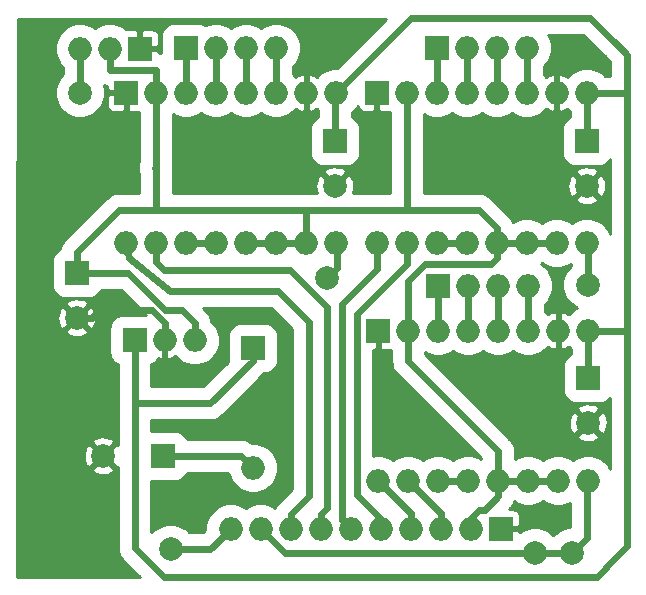
<source format=gbr>
G04 #@! TF.GenerationSoftware,KiCad,Pcbnew,5.1.6-c6e7f7d~87~ubuntu20.04.1*
G04 #@! TF.CreationDate,2020-10-10T15:03:59+02:00*
G04 #@! TF.ProjectId,cnc-shield,636e632d-7368-4696-956c-642e6b696361,rev?*
G04 #@! TF.SameCoordinates,PX2f5b4a8PY699d1c0*
G04 #@! TF.FileFunction,Copper,L1,Top*
G04 #@! TF.FilePolarity,Positive*
%FSLAX46Y46*%
G04 Gerber Fmt 4.6, Leading zero omitted, Abs format (unit mm)*
G04 Created by KiCad (PCBNEW 5.1.6-c6e7f7d~87~ubuntu20.04.1) date 2020-10-10 15:03:59*
%MOMM*%
%LPD*%
G01*
G04 APERTURE LIST*
G04 #@! TA.AperFunction,ComponentPad*
%ADD10C,2.000000*%
G04 #@! TD*
G04 #@! TA.AperFunction,ComponentPad*
%ADD11O,2.000000X2.000000*%
G04 #@! TD*
G04 #@! TA.AperFunction,ComponentPad*
%ADD12R,2.000000X2.000000*%
G04 #@! TD*
G04 #@! TA.AperFunction,Conductor*
%ADD13C,0.600000*%
G04 #@! TD*
G04 #@! TA.AperFunction,Conductor*
%ADD14C,0.254000*%
G04 #@! TD*
G04 APERTURE END LIST*
D10*
X45021500Y3238500D03*
X27432000Y26479500D03*
X14160500Y3556000D03*
X6477000Y42164000D03*
X48133000Y3238500D03*
X49466500Y25908000D03*
D11*
X19240500Y5270500D03*
X21780500Y5270500D03*
X24320500Y5270500D03*
X26860500Y5270500D03*
X29400500Y5270500D03*
X31940500Y5270500D03*
X34480500Y5270500D03*
X37020500Y5270500D03*
X39560500Y5270500D03*
D12*
X42100500Y5270500D03*
D11*
X16192500Y21209000D03*
X13652500Y21209000D03*
D12*
X11112500Y21209000D03*
D11*
X23098000Y45974000D03*
X20558000Y45974000D03*
X18018000Y45974000D03*
D12*
X15478000Y45974000D03*
D11*
X44323000Y45974000D03*
X41783000Y45974000D03*
X39243000Y45974000D03*
D12*
X36703000Y45974000D03*
D10*
X8445500Y11430000D03*
D12*
X13525500Y11430000D03*
D11*
X44437000Y25847000D03*
X41897000Y25847000D03*
X39357000Y25847000D03*
D12*
X36817000Y25847000D03*
D11*
X6477000Y45910500D03*
X9017000Y45910500D03*
D12*
X11557000Y45910500D03*
D11*
X21145500Y10414000D03*
D12*
X21145500Y20574000D03*
D10*
X28067000Y34300000D03*
D12*
X28067000Y38100000D03*
D10*
X6223000Y23124000D03*
D12*
X6223000Y26924000D03*
D10*
X49403000Y34300000D03*
D12*
X49403000Y38100000D03*
D10*
X49517000Y14234000D03*
D12*
X49517000Y18034000D03*
D11*
X10398000Y29464000D03*
X28178000Y42164000D03*
X12938000Y29464000D03*
X25638000Y42164000D03*
X15478000Y29464000D03*
X23098000Y42164000D03*
X18018000Y29464000D03*
X20558000Y42164000D03*
X20558000Y29464000D03*
X18018000Y42164000D03*
X23098000Y29464000D03*
X15478000Y42164000D03*
X25638000Y29464000D03*
X12938000Y42164000D03*
X28178000Y29464000D03*
D12*
X10398000Y42164000D03*
D11*
X31623000Y29464000D03*
X49403000Y42164000D03*
X34163000Y29464000D03*
X46863000Y42164000D03*
X36703000Y29464000D03*
X44323000Y42164000D03*
X39243000Y29464000D03*
X41783000Y42164000D03*
X41783000Y29464000D03*
X39243000Y42164000D03*
X44323000Y29464000D03*
X36703000Y42164000D03*
X46863000Y29464000D03*
X34163000Y42164000D03*
X49403000Y29464000D03*
D12*
X31623000Y42164000D03*
D11*
X31737000Y9337000D03*
X49517000Y22037000D03*
X34277000Y9337000D03*
X46977000Y22037000D03*
X36817000Y9337000D03*
X44437000Y22037000D03*
X39357000Y9337000D03*
X41897000Y22037000D03*
X41897000Y9337000D03*
X39357000Y22037000D03*
X44437000Y9337000D03*
X36817000Y22037000D03*
X46977000Y9337000D03*
X34277000Y22037000D03*
X49517000Y9337000D03*
D12*
X31737000Y22037000D03*
D13*
X6223000Y23124000D02*
X7503000Y23124000D01*
X7503000Y23124000D02*
X8128000Y23749000D01*
X8128000Y23749000D02*
X12573000Y23749000D01*
X13652500Y22669500D02*
X13652500Y21209000D01*
X12573000Y23749000D02*
X13652500Y22669500D01*
X36817000Y9337000D02*
X39357000Y9337000D01*
X49466500Y29400500D02*
X49403000Y29464000D01*
X49466500Y25908000D02*
X49466500Y29400500D01*
X27432000Y26479500D02*
X28257500Y27305000D01*
X28257500Y29384500D02*
X28178000Y29464000D01*
X28257500Y27305000D02*
X28257500Y29384500D01*
X23812500Y3238500D02*
X45021500Y3238500D01*
X21780500Y5270500D02*
X23812500Y3238500D01*
X45021500Y3238500D02*
X48133000Y3238500D01*
X48133000Y3238500D02*
X49403000Y4508500D01*
X49403000Y9223000D02*
X49517000Y9337000D01*
X49403000Y4508500D02*
X49403000Y9223000D01*
X12938000Y42164000D02*
X12938000Y39767000D01*
X41897000Y7988000D02*
X41897000Y9337000D01*
X40767000Y6858000D02*
X41897000Y7988000D01*
X41897000Y9337000D02*
X44437000Y9337000D01*
X44437000Y9337000D02*
X46977000Y9337000D01*
X41783000Y29464000D02*
X44323000Y29464000D01*
X44323000Y29464000D02*
X46863000Y29464000D01*
X20558000Y29464000D02*
X23098000Y29464000D01*
X23098000Y29464000D02*
X25638000Y29464000D01*
X41783000Y29464000D02*
X41783000Y28194000D01*
X41783000Y28194000D02*
X41275000Y27686000D01*
X34277000Y26267002D02*
X34277000Y22037000D01*
X35695998Y27686000D02*
X34277000Y26267002D01*
X41275000Y27686000D02*
X35695998Y27686000D01*
X34277000Y22037000D02*
X34277000Y19444000D01*
X41897000Y11824000D02*
X41897000Y9337000D01*
X34277000Y19444000D02*
X41897000Y11824000D01*
X12827000Y35814000D02*
X12938000Y35925000D01*
X12938000Y35925000D02*
X12938000Y39767000D01*
X25638000Y32147000D02*
X25527000Y32258000D01*
X25638000Y29464000D02*
X25638000Y32147000D01*
X12938000Y32369000D02*
X12827000Y32258000D01*
X12938000Y35925000D02*
X12938000Y32369000D01*
X12827000Y32258000D02*
X25527000Y32258000D01*
X41783000Y30734000D02*
X41783000Y29464000D01*
X40259000Y32258000D02*
X41783000Y30734000D01*
X34163000Y32512000D02*
X34417000Y32258000D01*
X34163000Y42164000D02*
X34163000Y32512000D01*
X34417000Y32258000D02*
X40259000Y32258000D01*
X25527000Y32258000D02*
X34417000Y32258000D01*
X39560500Y5270500D02*
X39560500Y5842000D01*
X40767000Y6858000D02*
X40259000Y6858000D01*
X39560500Y6159500D02*
X39560500Y5270500D01*
X40259000Y6858000D02*
X39560500Y6159500D01*
X9017000Y45910500D02*
X9017000Y44132500D01*
X9017000Y44132500D02*
X12954000Y44132500D01*
X12954000Y42180000D02*
X12938000Y42164000D01*
X12954000Y44132500D02*
X12954000Y42180000D01*
X9779000Y32258000D02*
X12827000Y32258000D01*
X6223000Y28702000D02*
X9779000Y32258000D01*
X6223000Y26924000D02*
X6223000Y28702000D01*
X15113000Y23749000D02*
X16192500Y22669500D01*
X13704384Y23749000D02*
X15113000Y23749000D01*
X16192500Y22669500D02*
X16192500Y21209000D01*
X10529384Y26924000D02*
X13704384Y23749000D01*
X6223000Y26924000D02*
X10529384Y26924000D01*
X39357000Y25847000D02*
X39357000Y22037000D01*
X36817000Y25847000D02*
X36817000Y22037000D01*
X36703000Y29464000D02*
X39243000Y29464000D01*
X44323000Y45974000D02*
X44323000Y42164000D01*
X41783000Y45974000D02*
X41783000Y42164000D01*
X39243000Y45974000D02*
X39243000Y42164000D01*
X36703000Y45974000D02*
X36703000Y42164000D01*
X15478000Y29464000D02*
X18018000Y29464000D01*
X23098000Y45974000D02*
X23098000Y42164000D01*
X20558000Y45974000D02*
X20558000Y42164000D01*
X18018000Y45974000D02*
X18018000Y42164000D01*
X15478000Y45974000D02*
X15478000Y42164000D01*
X34480500Y6593500D02*
X31737000Y9337000D01*
X34480500Y5270500D02*
X34480500Y6593500D01*
X49403000Y38100000D02*
X49403000Y42164000D01*
X28067000Y42053000D02*
X28178000Y42164000D01*
X28067000Y38100000D02*
X28067000Y42053000D01*
X49517000Y18034000D02*
X49517000Y22037000D01*
X51689000Y46482000D02*
X49657000Y48514000D01*
X49403000Y42164000D02*
X51435000Y42164000D01*
X34528000Y48514000D02*
X49657000Y48514000D01*
X28178000Y42164000D02*
X34528000Y48514000D01*
X11112500Y17653000D02*
X11112500Y21209000D01*
X21145500Y20574000D02*
X21145500Y19494500D01*
X17526000Y15875000D02*
X11112500Y15875000D01*
X21145500Y19494500D02*
X17526000Y15875000D01*
X11112500Y15875000D02*
X11112500Y17653000D01*
X49517000Y22037000D02*
X51628000Y22037000D01*
X51689000Y46482000D02*
X51752500Y46482000D01*
X51752500Y46482000D02*
X52832000Y45402500D01*
X52766000Y22037000D02*
X52832000Y21971000D01*
X51628000Y22037000D02*
X52766000Y22037000D01*
X51435000Y42164000D02*
X52578000Y42164000D01*
X52578000Y42164000D02*
X52832000Y42418000D01*
X52832000Y42418000D02*
X52832000Y21971000D01*
X52832000Y45402500D02*
X52832000Y42418000D01*
X52832000Y21971000D02*
X52832000Y3810000D01*
X50998499Y1976499D02*
X50998499Y1912999D01*
X52832000Y3810000D02*
X50998499Y1976499D01*
X50998499Y1912999D02*
X50228500Y1143000D01*
X50228500Y1143000D02*
X13589000Y1143000D01*
X11112500Y3619500D02*
X11112500Y15875000D01*
X13589000Y1143000D02*
X11112500Y3619500D01*
X37020500Y6593500D02*
X34277000Y9337000D01*
X37020500Y5270500D02*
X37020500Y6593500D01*
X44437000Y25847000D02*
X44437000Y22037000D01*
X41897000Y25847000D02*
X41897000Y22037000D01*
X31623000Y29464000D02*
X31623000Y27241500D01*
X31623000Y27241500D02*
X28702000Y24320500D01*
X28702000Y5969000D02*
X29400500Y5270500D01*
X28702000Y24320500D02*
X28702000Y5969000D01*
X34163000Y28448000D02*
X34163000Y29464000D01*
X31940500Y5270500D02*
X31940500Y6096000D01*
X31940500Y6096000D02*
X29908500Y8128000D01*
X29908500Y8128000D02*
X29908500Y23431500D01*
X34163000Y27686000D02*
X34163000Y28448000D01*
X29908500Y23431500D02*
X34163000Y27686000D01*
X10625927Y28151927D02*
X10398000Y29464000D01*
X14097000Y25400000D02*
X10625927Y28151927D01*
X23241000Y25400000D02*
X14097000Y25400000D01*
X25844500Y22796500D02*
X23241000Y25400000D01*
X25844500Y8001000D02*
X25844500Y22796500D01*
X24320500Y6477000D02*
X25844500Y8001000D01*
X24320500Y5270500D02*
X24320500Y6477000D01*
X12938000Y27829000D02*
X12938000Y29464000D01*
X13589000Y27178000D02*
X12938000Y27829000D01*
X24257000Y27178000D02*
X13589000Y27178000D01*
X27368500Y24066500D02*
X24257000Y27178000D01*
X27368500Y6985000D02*
X27368500Y24066500D01*
X26860500Y6477000D02*
X27368500Y6985000D01*
X26860500Y5270500D02*
X26860500Y6477000D01*
X20129500Y11430000D02*
X21145500Y10414000D01*
X13525500Y11430000D02*
X20129500Y11430000D01*
X6477000Y45910500D02*
X6477000Y42164000D01*
X17526000Y3556000D02*
X19240500Y5270500D01*
X14160500Y3556000D02*
X17526000Y3556000D01*
D14*
G36*
X28286918Y44291000D02*
G01*
X27968509Y44291000D01*
X27557577Y44209261D01*
X27170488Y44048923D01*
X26822116Y43816149D01*
X26533186Y43527219D01*
X26493382Y43557399D01*
X26205107Y43697502D01*
X26018434Y43754124D01*
X25765000Y43634777D01*
X25765000Y42291000D01*
X25785000Y42291000D01*
X25785000Y42037000D01*
X25765000Y42037000D01*
X25765000Y40693223D01*
X26018434Y40573876D01*
X26205107Y40630498D01*
X26493382Y40770601D01*
X26533186Y40800781D01*
X26640001Y40693966D01*
X26640001Y40148183D01*
X26633629Y40146250D01*
X26437843Y40041600D01*
X26266235Y39900765D01*
X26125400Y39729157D01*
X26020750Y39533371D01*
X25956307Y39320931D01*
X25934547Y39100000D01*
X25934547Y37100000D01*
X25956307Y36879069D01*
X26020750Y36666629D01*
X26125400Y36470843D01*
X26266235Y36299235D01*
X26437843Y36158400D01*
X26633629Y36053750D01*
X26846069Y35989307D01*
X27067000Y35967547D01*
X29067000Y35967547D01*
X29287931Y35989307D01*
X29500371Y36053750D01*
X29696157Y36158400D01*
X29867765Y36299235D01*
X30008600Y36470843D01*
X30113250Y36666629D01*
X30177693Y36879069D01*
X30199453Y37100000D01*
X30199453Y39100000D01*
X30177693Y39320931D01*
X30113250Y39533371D01*
X30008600Y39729157D01*
X29867765Y39900765D01*
X29696157Y40041600D01*
X29500371Y40146250D01*
X29494000Y40148183D01*
X29494000Y40485201D01*
X29533884Y40511851D01*
X29830149Y40808116D01*
X29995592Y41055720D01*
X29997188Y41039518D01*
X30033498Y40919820D01*
X30092463Y40809506D01*
X30171815Y40712815D01*
X30268506Y40633463D01*
X30378820Y40574498D01*
X30498518Y40538188D01*
X30623000Y40525928D01*
X31337250Y40529000D01*
X31496000Y40687750D01*
X31496000Y42037000D01*
X31476000Y42037000D01*
X31476000Y42291000D01*
X31496000Y42291000D01*
X31496000Y42311000D01*
X31750000Y42311000D01*
X31750000Y42291000D01*
X31770000Y42291000D01*
X31770000Y42037000D01*
X31750000Y42037000D01*
X31750000Y40687750D01*
X31908750Y40529000D01*
X32623000Y40525928D01*
X32736000Y40537057D01*
X32736001Y33685000D01*
X29586021Y33685000D01*
X29607704Y33729571D01*
X29689384Y34041108D01*
X29708718Y34362595D01*
X29664961Y34681675D01*
X29559795Y34986088D01*
X29466814Y35160044D01*
X29202413Y35255808D01*
X28246605Y34300000D01*
X28260748Y34285857D01*
X28081143Y34106252D01*
X28067000Y34120395D01*
X28052858Y34106252D01*
X27873253Y34285857D01*
X27887395Y34300000D01*
X26931587Y35255808D01*
X26667186Y35160044D01*
X26526296Y34870429D01*
X26444616Y34558892D01*
X26425282Y34237405D01*
X26469039Y33918325D01*
X26549646Y33685000D01*
X25597088Y33685000D01*
X25527000Y33691903D01*
X25456912Y33685000D01*
X14365000Y33685000D01*
X14365000Y35435413D01*
X27111192Y35435413D01*
X28067000Y34479605D01*
X29022808Y35435413D01*
X28927044Y35699814D01*
X28637429Y35840704D01*
X28325892Y35922384D01*
X28004405Y35941718D01*
X27685325Y35897961D01*
X27380912Y35792795D01*
X27206956Y35699814D01*
X27111192Y35435413D01*
X14365000Y35435413D01*
X14365000Y35854910D01*
X14371903Y35925000D01*
X14365000Y35995090D01*
X14365000Y40349562D01*
X14470488Y40279077D01*
X14857577Y40118739D01*
X15268509Y40037000D01*
X15687491Y40037000D01*
X16098423Y40118739D01*
X16485512Y40279077D01*
X16748000Y40454465D01*
X17010488Y40279077D01*
X17397577Y40118739D01*
X17808509Y40037000D01*
X18227491Y40037000D01*
X18638423Y40118739D01*
X19025512Y40279077D01*
X19288000Y40454465D01*
X19550488Y40279077D01*
X19937577Y40118739D01*
X20348509Y40037000D01*
X20767491Y40037000D01*
X21178423Y40118739D01*
X21565512Y40279077D01*
X21828000Y40454465D01*
X22090488Y40279077D01*
X22477577Y40118739D01*
X22888509Y40037000D01*
X23307491Y40037000D01*
X23718423Y40118739D01*
X24105512Y40279077D01*
X24453884Y40511851D01*
X24742814Y40800781D01*
X24782618Y40770601D01*
X25070893Y40630498D01*
X25257566Y40573876D01*
X25511000Y40693223D01*
X25511000Y42037000D01*
X25491000Y42037000D01*
X25491000Y42291000D01*
X25511000Y42291000D01*
X25511000Y43634777D01*
X25257566Y43754124D01*
X25070893Y43697502D01*
X24782618Y43557399D01*
X24742814Y43527219D01*
X24525000Y43745033D01*
X24525000Y44392967D01*
X24750149Y44618116D01*
X24982923Y44966488D01*
X25143261Y45353577D01*
X25225000Y45764509D01*
X25225000Y46183491D01*
X25143261Y46594423D01*
X24982923Y46981512D01*
X24750149Y47329884D01*
X24453884Y47626149D01*
X24105512Y47858923D01*
X23718423Y48019261D01*
X23307491Y48101000D01*
X22888509Y48101000D01*
X22477577Y48019261D01*
X22090488Y47858923D01*
X21828000Y47683535D01*
X21565512Y47858923D01*
X21178423Y48019261D01*
X20767491Y48101000D01*
X20348509Y48101000D01*
X19937577Y48019261D01*
X19550488Y47858923D01*
X19288000Y47683535D01*
X19025512Y47858923D01*
X18638423Y48019261D01*
X18227491Y48101000D01*
X17808509Y48101000D01*
X17397577Y48019261D01*
X17120628Y47904545D01*
X17107157Y47915600D01*
X16911371Y48020250D01*
X16698931Y48084693D01*
X16478000Y48106453D01*
X14478000Y48106453D01*
X14257069Y48084693D01*
X14044629Y48020250D01*
X13848843Y47915600D01*
X13677235Y47774765D01*
X13536400Y47603157D01*
X13431750Y47407371D01*
X13367307Y47194931D01*
X13345547Y46974000D01*
X13345547Y45504936D01*
X13233741Y45538852D01*
X13192352Y45542928D01*
X13192000Y45624750D01*
X13033250Y45783500D01*
X11684000Y45783500D01*
X11684000Y45763500D01*
X11430000Y45763500D01*
X11430000Y45783500D01*
X11410000Y45783500D01*
X11410000Y46037500D01*
X11430000Y46037500D01*
X11430000Y47386750D01*
X11684000Y47386750D01*
X11684000Y46037500D01*
X13033250Y46037500D01*
X13192000Y46196250D01*
X13195072Y46910500D01*
X13182812Y47034982D01*
X13146502Y47154680D01*
X13087537Y47264994D01*
X13008185Y47361685D01*
X12911494Y47441037D01*
X12801180Y47500002D01*
X12681482Y47536312D01*
X12557000Y47548572D01*
X11842750Y47545500D01*
X11684000Y47386750D01*
X11430000Y47386750D01*
X11271250Y47545500D01*
X10557000Y47548572D01*
X10432518Y47536312D01*
X10406971Y47528562D01*
X10372884Y47562649D01*
X10024512Y47795423D01*
X9637423Y47955761D01*
X9226491Y48037500D01*
X8807509Y48037500D01*
X8396577Y47955761D01*
X8009488Y47795423D01*
X7747000Y47620035D01*
X7484512Y47795423D01*
X7097423Y47955761D01*
X6686491Y48037500D01*
X6267509Y48037500D01*
X5856577Y47955761D01*
X5469488Y47795423D01*
X5121116Y47562649D01*
X4824851Y47266384D01*
X4592077Y46918012D01*
X4431739Y46530923D01*
X4350000Y46119991D01*
X4350000Y45701009D01*
X4431739Y45290077D01*
X4592077Y44902988D01*
X4824851Y44554616D01*
X5050000Y44329467D01*
X5050001Y43745034D01*
X4824851Y43519884D01*
X4592077Y43171512D01*
X4431739Y42784423D01*
X4350000Y42373491D01*
X4350000Y41954509D01*
X4431739Y41543577D01*
X4592077Y41156488D01*
X4824851Y40808116D01*
X5121116Y40511851D01*
X5469488Y40279077D01*
X5856577Y40118739D01*
X6267509Y40037000D01*
X6686491Y40037000D01*
X7097423Y40118739D01*
X7484512Y40279077D01*
X7832884Y40511851D01*
X8129149Y40808116D01*
X8361923Y41156488D01*
X8365034Y41164000D01*
X8759928Y41164000D01*
X8772188Y41039518D01*
X8808498Y40919820D01*
X8867463Y40809506D01*
X8946815Y40712815D01*
X9043506Y40633463D01*
X9153820Y40574498D01*
X9273518Y40538188D01*
X9398000Y40525928D01*
X10112250Y40529000D01*
X10271000Y40687750D01*
X10271000Y42037000D01*
X8921750Y42037000D01*
X8763000Y41878250D01*
X8759928Y41164000D01*
X8365034Y41164000D01*
X8522261Y41543577D01*
X8604000Y41954509D01*
X8604000Y42373491D01*
X8522261Y42784423D01*
X8518971Y42792365D01*
X8737259Y42726148D01*
X8761822Y42723729D01*
X8763000Y42449750D01*
X8921750Y42291000D01*
X10271000Y42291000D01*
X10271000Y42311000D01*
X10525000Y42311000D01*
X10525000Y42291000D01*
X10545000Y42291000D01*
X10545000Y42037000D01*
X10525000Y42037000D01*
X10525000Y40687750D01*
X10683750Y40529000D01*
X11398000Y40525928D01*
X11511001Y40537057D01*
X11511001Y39837098D01*
X11511000Y36379109D01*
X11502246Y36362731D01*
X11420649Y36093741D01*
X11393097Y35814000D01*
X11420649Y35534259D01*
X11502246Y35265269D01*
X11511000Y35248891D01*
X11511001Y33685000D01*
X9849087Y33685000D01*
X9778999Y33691903D01*
X9708911Y33685000D01*
X9708902Y33685000D01*
X9499259Y33664352D01*
X9230269Y33582755D01*
X8982366Y33450248D01*
X8765077Y33271923D01*
X8720392Y33217474D01*
X5263523Y29760605D01*
X5209078Y29715923D01*
X5164396Y29661478D01*
X5164392Y29661474D01*
X5059857Y29534097D01*
X5030753Y29498634D01*
X4898246Y29250731D01*
X4816649Y28981741D01*
X4816315Y28978345D01*
X4789629Y28970250D01*
X4593843Y28865600D01*
X4422235Y28724765D01*
X4281400Y28553157D01*
X4176750Y28357371D01*
X4112307Y28144931D01*
X4090547Y27924000D01*
X4090547Y25924000D01*
X4112307Y25703069D01*
X4176750Y25490629D01*
X4281400Y25294843D01*
X4422235Y25123235D01*
X4593843Y24982400D01*
X4789629Y24877750D01*
X5002069Y24813307D01*
X5223000Y24791547D01*
X7223000Y24791547D01*
X7443931Y24813307D01*
X7656371Y24877750D01*
X7852157Y24982400D01*
X8023765Y25123235D01*
X8164600Y25294843D01*
X8269250Y25490629D01*
X8271183Y25497000D01*
X9938302Y25497000D01*
X12093848Y23341453D01*
X10112500Y23341453D01*
X9891569Y23319693D01*
X9679129Y23255250D01*
X9483343Y23150600D01*
X9311735Y23009765D01*
X9170900Y22838157D01*
X9066250Y22642371D01*
X9001807Y22429931D01*
X8980047Y22209000D01*
X8980047Y20209000D01*
X9001807Y19988069D01*
X9066250Y19775629D01*
X9170900Y19579843D01*
X9311735Y19408235D01*
X9483343Y19267400D01*
X9679129Y19162750D01*
X9685500Y19160817D01*
X9685500Y15945098D01*
X9678596Y15875000D01*
X9685501Y15804892D01*
X9685501Y12347927D01*
X9580913Y12385808D01*
X8625105Y11430000D01*
X9580913Y10474192D01*
X9685501Y10512073D01*
X9685500Y3689588D01*
X9678597Y3619500D01*
X9685500Y3549412D01*
X9685500Y3549403D01*
X9706148Y3339760D01*
X9787745Y3070770D01*
X9920252Y2822867D01*
X9920253Y2822866D01*
X10053892Y2660026D01*
X10053895Y2660023D01*
X10098577Y2605578D01*
X10153023Y2560895D01*
X11561917Y1152000D01*
X1153477Y1152000D01*
X1165196Y10294587D01*
X7489692Y10294587D01*
X7585456Y10030186D01*
X7875071Y9889296D01*
X8186608Y9807616D01*
X8508095Y9788282D01*
X8827175Y9832039D01*
X9131588Y9937205D01*
X9305544Y10030186D01*
X9401308Y10294587D01*
X8445500Y11250395D01*
X7489692Y10294587D01*
X1165196Y10294587D01*
X1166572Y11367405D01*
X6803782Y11367405D01*
X6847539Y11048325D01*
X6952705Y10743912D01*
X7045686Y10569956D01*
X7310087Y10474192D01*
X8265895Y11430000D01*
X7310087Y12385808D01*
X7045686Y12290044D01*
X6904796Y12000429D01*
X6823116Y11688892D01*
X6803782Y11367405D01*
X1166572Y11367405D01*
X1168107Y12565413D01*
X7489692Y12565413D01*
X8445500Y11609605D01*
X9401308Y12565413D01*
X9305544Y12829814D01*
X9015929Y12970704D01*
X8704392Y13052384D01*
X8382905Y13071718D01*
X8063825Y13027961D01*
X7759412Y12922795D01*
X7585456Y12829814D01*
X7489692Y12565413D01*
X1168107Y12565413D01*
X1180189Y21988587D01*
X5267192Y21988587D01*
X5362956Y21724186D01*
X5652571Y21583296D01*
X5964108Y21501616D01*
X6285595Y21482282D01*
X6604675Y21526039D01*
X6909088Y21631205D01*
X7083044Y21724186D01*
X7178808Y21988587D01*
X6223000Y22944395D01*
X5267192Y21988587D01*
X1180189Y21988587D01*
X1181565Y23061405D01*
X4581282Y23061405D01*
X4625039Y22742325D01*
X4730205Y22437912D01*
X4823186Y22263956D01*
X5087587Y22168192D01*
X6043395Y23124000D01*
X6402605Y23124000D01*
X7358413Y22168192D01*
X7622814Y22263956D01*
X7763704Y22553571D01*
X7845384Y22865108D01*
X7864718Y23186595D01*
X7820961Y23505675D01*
X7715795Y23810088D01*
X7622814Y23984044D01*
X7358413Y24079808D01*
X6402605Y23124000D01*
X6043395Y23124000D01*
X5087587Y24079808D01*
X4823186Y23984044D01*
X4682296Y23694429D01*
X4600616Y23382892D01*
X4581282Y23061405D01*
X1181565Y23061405D01*
X1183100Y24259413D01*
X5267192Y24259413D01*
X6223000Y23303605D01*
X7178808Y24259413D01*
X7083044Y24523814D01*
X6793429Y24664704D01*
X6481892Y24746384D01*
X6160405Y24765718D01*
X5841325Y24721961D01*
X5536912Y24616795D01*
X5362956Y24523814D01*
X5267192Y24259413D01*
X1183100Y24259413D01*
X1214023Y48378000D01*
X32373917Y48378000D01*
X28286918Y44291000D01*
G37*
X28286918Y44291000D02*
X27968509Y44291000D01*
X27557577Y44209261D01*
X27170488Y44048923D01*
X26822116Y43816149D01*
X26533186Y43527219D01*
X26493382Y43557399D01*
X26205107Y43697502D01*
X26018434Y43754124D01*
X25765000Y43634777D01*
X25765000Y42291000D01*
X25785000Y42291000D01*
X25785000Y42037000D01*
X25765000Y42037000D01*
X25765000Y40693223D01*
X26018434Y40573876D01*
X26205107Y40630498D01*
X26493382Y40770601D01*
X26533186Y40800781D01*
X26640001Y40693966D01*
X26640001Y40148183D01*
X26633629Y40146250D01*
X26437843Y40041600D01*
X26266235Y39900765D01*
X26125400Y39729157D01*
X26020750Y39533371D01*
X25956307Y39320931D01*
X25934547Y39100000D01*
X25934547Y37100000D01*
X25956307Y36879069D01*
X26020750Y36666629D01*
X26125400Y36470843D01*
X26266235Y36299235D01*
X26437843Y36158400D01*
X26633629Y36053750D01*
X26846069Y35989307D01*
X27067000Y35967547D01*
X29067000Y35967547D01*
X29287931Y35989307D01*
X29500371Y36053750D01*
X29696157Y36158400D01*
X29867765Y36299235D01*
X30008600Y36470843D01*
X30113250Y36666629D01*
X30177693Y36879069D01*
X30199453Y37100000D01*
X30199453Y39100000D01*
X30177693Y39320931D01*
X30113250Y39533371D01*
X30008600Y39729157D01*
X29867765Y39900765D01*
X29696157Y40041600D01*
X29500371Y40146250D01*
X29494000Y40148183D01*
X29494000Y40485201D01*
X29533884Y40511851D01*
X29830149Y40808116D01*
X29995592Y41055720D01*
X29997188Y41039518D01*
X30033498Y40919820D01*
X30092463Y40809506D01*
X30171815Y40712815D01*
X30268506Y40633463D01*
X30378820Y40574498D01*
X30498518Y40538188D01*
X30623000Y40525928D01*
X31337250Y40529000D01*
X31496000Y40687750D01*
X31496000Y42037000D01*
X31476000Y42037000D01*
X31476000Y42291000D01*
X31496000Y42291000D01*
X31496000Y42311000D01*
X31750000Y42311000D01*
X31750000Y42291000D01*
X31770000Y42291000D01*
X31770000Y42037000D01*
X31750000Y42037000D01*
X31750000Y40687750D01*
X31908750Y40529000D01*
X32623000Y40525928D01*
X32736000Y40537057D01*
X32736001Y33685000D01*
X29586021Y33685000D01*
X29607704Y33729571D01*
X29689384Y34041108D01*
X29708718Y34362595D01*
X29664961Y34681675D01*
X29559795Y34986088D01*
X29466814Y35160044D01*
X29202413Y35255808D01*
X28246605Y34300000D01*
X28260748Y34285857D01*
X28081143Y34106252D01*
X28067000Y34120395D01*
X28052858Y34106252D01*
X27873253Y34285857D01*
X27887395Y34300000D01*
X26931587Y35255808D01*
X26667186Y35160044D01*
X26526296Y34870429D01*
X26444616Y34558892D01*
X26425282Y34237405D01*
X26469039Y33918325D01*
X26549646Y33685000D01*
X25597088Y33685000D01*
X25527000Y33691903D01*
X25456912Y33685000D01*
X14365000Y33685000D01*
X14365000Y35435413D01*
X27111192Y35435413D01*
X28067000Y34479605D01*
X29022808Y35435413D01*
X28927044Y35699814D01*
X28637429Y35840704D01*
X28325892Y35922384D01*
X28004405Y35941718D01*
X27685325Y35897961D01*
X27380912Y35792795D01*
X27206956Y35699814D01*
X27111192Y35435413D01*
X14365000Y35435413D01*
X14365000Y35854910D01*
X14371903Y35925000D01*
X14365000Y35995090D01*
X14365000Y40349562D01*
X14470488Y40279077D01*
X14857577Y40118739D01*
X15268509Y40037000D01*
X15687491Y40037000D01*
X16098423Y40118739D01*
X16485512Y40279077D01*
X16748000Y40454465D01*
X17010488Y40279077D01*
X17397577Y40118739D01*
X17808509Y40037000D01*
X18227491Y40037000D01*
X18638423Y40118739D01*
X19025512Y40279077D01*
X19288000Y40454465D01*
X19550488Y40279077D01*
X19937577Y40118739D01*
X20348509Y40037000D01*
X20767491Y40037000D01*
X21178423Y40118739D01*
X21565512Y40279077D01*
X21828000Y40454465D01*
X22090488Y40279077D01*
X22477577Y40118739D01*
X22888509Y40037000D01*
X23307491Y40037000D01*
X23718423Y40118739D01*
X24105512Y40279077D01*
X24453884Y40511851D01*
X24742814Y40800781D01*
X24782618Y40770601D01*
X25070893Y40630498D01*
X25257566Y40573876D01*
X25511000Y40693223D01*
X25511000Y42037000D01*
X25491000Y42037000D01*
X25491000Y42291000D01*
X25511000Y42291000D01*
X25511000Y43634777D01*
X25257566Y43754124D01*
X25070893Y43697502D01*
X24782618Y43557399D01*
X24742814Y43527219D01*
X24525000Y43745033D01*
X24525000Y44392967D01*
X24750149Y44618116D01*
X24982923Y44966488D01*
X25143261Y45353577D01*
X25225000Y45764509D01*
X25225000Y46183491D01*
X25143261Y46594423D01*
X24982923Y46981512D01*
X24750149Y47329884D01*
X24453884Y47626149D01*
X24105512Y47858923D01*
X23718423Y48019261D01*
X23307491Y48101000D01*
X22888509Y48101000D01*
X22477577Y48019261D01*
X22090488Y47858923D01*
X21828000Y47683535D01*
X21565512Y47858923D01*
X21178423Y48019261D01*
X20767491Y48101000D01*
X20348509Y48101000D01*
X19937577Y48019261D01*
X19550488Y47858923D01*
X19288000Y47683535D01*
X19025512Y47858923D01*
X18638423Y48019261D01*
X18227491Y48101000D01*
X17808509Y48101000D01*
X17397577Y48019261D01*
X17120628Y47904545D01*
X17107157Y47915600D01*
X16911371Y48020250D01*
X16698931Y48084693D01*
X16478000Y48106453D01*
X14478000Y48106453D01*
X14257069Y48084693D01*
X14044629Y48020250D01*
X13848843Y47915600D01*
X13677235Y47774765D01*
X13536400Y47603157D01*
X13431750Y47407371D01*
X13367307Y47194931D01*
X13345547Y46974000D01*
X13345547Y45504936D01*
X13233741Y45538852D01*
X13192352Y45542928D01*
X13192000Y45624750D01*
X13033250Y45783500D01*
X11684000Y45783500D01*
X11684000Y45763500D01*
X11430000Y45763500D01*
X11430000Y45783500D01*
X11410000Y45783500D01*
X11410000Y46037500D01*
X11430000Y46037500D01*
X11430000Y47386750D01*
X11684000Y47386750D01*
X11684000Y46037500D01*
X13033250Y46037500D01*
X13192000Y46196250D01*
X13195072Y46910500D01*
X13182812Y47034982D01*
X13146502Y47154680D01*
X13087537Y47264994D01*
X13008185Y47361685D01*
X12911494Y47441037D01*
X12801180Y47500002D01*
X12681482Y47536312D01*
X12557000Y47548572D01*
X11842750Y47545500D01*
X11684000Y47386750D01*
X11430000Y47386750D01*
X11271250Y47545500D01*
X10557000Y47548572D01*
X10432518Y47536312D01*
X10406971Y47528562D01*
X10372884Y47562649D01*
X10024512Y47795423D01*
X9637423Y47955761D01*
X9226491Y48037500D01*
X8807509Y48037500D01*
X8396577Y47955761D01*
X8009488Y47795423D01*
X7747000Y47620035D01*
X7484512Y47795423D01*
X7097423Y47955761D01*
X6686491Y48037500D01*
X6267509Y48037500D01*
X5856577Y47955761D01*
X5469488Y47795423D01*
X5121116Y47562649D01*
X4824851Y47266384D01*
X4592077Y46918012D01*
X4431739Y46530923D01*
X4350000Y46119991D01*
X4350000Y45701009D01*
X4431739Y45290077D01*
X4592077Y44902988D01*
X4824851Y44554616D01*
X5050000Y44329467D01*
X5050001Y43745034D01*
X4824851Y43519884D01*
X4592077Y43171512D01*
X4431739Y42784423D01*
X4350000Y42373491D01*
X4350000Y41954509D01*
X4431739Y41543577D01*
X4592077Y41156488D01*
X4824851Y40808116D01*
X5121116Y40511851D01*
X5469488Y40279077D01*
X5856577Y40118739D01*
X6267509Y40037000D01*
X6686491Y40037000D01*
X7097423Y40118739D01*
X7484512Y40279077D01*
X7832884Y40511851D01*
X8129149Y40808116D01*
X8361923Y41156488D01*
X8365034Y41164000D01*
X8759928Y41164000D01*
X8772188Y41039518D01*
X8808498Y40919820D01*
X8867463Y40809506D01*
X8946815Y40712815D01*
X9043506Y40633463D01*
X9153820Y40574498D01*
X9273518Y40538188D01*
X9398000Y40525928D01*
X10112250Y40529000D01*
X10271000Y40687750D01*
X10271000Y42037000D01*
X8921750Y42037000D01*
X8763000Y41878250D01*
X8759928Y41164000D01*
X8365034Y41164000D01*
X8522261Y41543577D01*
X8604000Y41954509D01*
X8604000Y42373491D01*
X8522261Y42784423D01*
X8518971Y42792365D01*
X8737259Y42726148D01*
X8761822Y42723729D01*
X8763000Y42449750D01*
X8921750Y42291000D01*
X10271000Y42291000D01*
X10271000Y42311000D01*
X10525000Y42311000D01*
X10525000Y42291000D01*
X10545000Y42291000D01*
X10545000Y42037000D01*
X10525000Y42037000D01*
X10525000Y40687750D01*
X10683750Y40529000D01*
X11398000Y40525928D01*
X11511001Y40537057D01*
X11511001Y39837098D01*
X11511000Y36379109D01*
X11502246Y36362731D01*
X11420649Y36093741D01*
X11393097Y35814000D01*
X11420649Y35534259D01*
X11502246Y35265269D01*
X11511000Y35248891D01*
X11511001Y33685000D01*
X9849087Y33685000D01*
X9778999Y33691903D01*
X9708911Y33685000D01*
X9708902Y33685000D01*
X9499259Y33664352D01*
X9230269Y33582755D01*
X8982366Y33450248D01*
X8765077Y33271923D01*
X8720392Y33217474D01*
X5263523Y29760605D01*
X5209078Y29715923D01*
X5164396Y29661478D01*
X5164392Y29661474D01*
X5059857Y29534097D01*
X5030753Y29498634D01*
X4898246Y29250731D01*
X4816649Y28981741D01*
X4816315Y28978345D01*
X4789629Y28970250D01*
X4593843Y28865600D01*
X4422235Y28724765D01*
X4281400Y28553157D01*
X4176750Y28357371D01*
X4112307Y28144931D01*
X4090547Y27924000D01*
X4090547Y25924000D01*
X4112307Y25703069D01*
X4176750Y25490629D01*
X4281400Y25294843D01*
X4422235Y25123235D01*
X4593843Y24982400D01*
X4789629Y24877750D01*
X5002069Y24813307D01*
X5223000Y24791547D01*
X7223000Y24791547D01*
X7443931Y24813307D01*
X7656371Y24877750D01*
X7852157Y24982400D01*
X8023765Y25123235D01*
X8164600Y25294843D01*
X8269250Y25490629D01*
X8271183Y25497000D01*
X9938302Y25497000D01*
X12093848Y23341453D01*
X10112500Y23341453D01*
X9891569Y23319693D01*
X9679129Y23255250D01*
X9483343Y23150600D01*
X9311735Y23009765D01*
X9170900Y22838157D01*
X9066250Y22642371D01*
X9001807Y22429931D01*
X8980047Y22209000D01*
X8980047Y20209000D01*
X9001807Y19988069D01*
X9066250Y19775629D01*
X9170900Y19579843D01*
X9311735Y19408235D01*
X9483343Y19267400D01*
X9679129Y19162750D01*
X9685500Y19160817D01*
X9685500Y15945098D01*
X9678596Y15875000D01*
X9685501Y15804892D01*
X9685501Y12347927D01*
X9580913Y12385808D01*
X8625105Y11430000D01*
X9580913Y10474192D01*
X9685501Y10512073D01*
X9685500Y3689588D01*
X9678597Y3619500D01*
X9685500Y3549412D01*
X9685500Y3549403D01*
X9706148Y3339760D01*
X9787745Y3070770D01*
X9920252Y2822867D01*
X9920253Y2822866D01*
X10053892Y2660026D01*
X10053895Y2660023D01*
X10098577Y2605578D01*
X10153023Y2560895D01*
X11561917Y1152000D01*
X1153477Y1152000D01*
X1165196Y10294587D01*
X7489692Y10294587D01*
X7585456Y10030186D01*
X7875071Y9889296D01*
X8186608Y9807616D01*
X8508095Y9788282D01*
X8827175Y9832039D01*
X9131588Y9937205D01*
X9305544Y10030186D01*
X9401308Y10294587D01*
X8445500Y11250395D01*
X7489692Y10294587D01*
X1165196Y10294587D01*
X1166572Y11367405D01*
X6803782Y11367405D01*
X6847539Y11048325D01*
X6952705Y10743912D01*
X7045686Y10569956D01*
X7310087Y10474192D01*
X8265895Y11430000D01*
X7310087Y12385808D01*
X7045686Y12290044D01*
X6904796Y12000429D01*
X6823116Y11688892D01*
X6803782Y11367405D01*
X1166572Y11367405D01*
X1168107Y12565413D01*
X7489692Y12565413D01*
X8445500Y11609605D01*
X9401308Y12565413D01*
X9305544Y12829814D01*
X9015929Y12970704D01*
X8704392Y13052384D01*
X8382905Y13071718D01*
X8063825Y13027961D01*
X7759412Y12922795D01*
X7585456Y12829814D01*
X7489692Y12565413D01*
X1168107Y12565413D01*
X1180189Y21988587D01*
X5267192Y21988587D01*
X5362956Y21724186D01*
X5652571Y21583296D01*
X5964108Y21501616D01*
X6285595Y21482282D01*
X6604675Y21526039D01*
X6909088Y21631205D01*
X7083044Y21724186D01*
X7178808Y21988587D01*
X6223000Y22944395D01*
X5267192Y21988587D01*
X1180189Y21988587D01*
X1181565Y23061405D01*
X4581282Y23061405D01*
X4625039Y22742325D01*
X4730205Y22437912D01*
X4823186Y22263956D01*
X5087587Y22168192D01*
X6043395Y23124000D01*
X6402605Y23124000D01*
X7358413Y22168192D01*
X7622814Y22263956D01*
X7763704Y22553571D01*
X7845384Y22865108D01*
X7864718Y23186595D01*
X7820961Y23505675D01*
X7715795Y23810088D01*
X7622814Y23984044D01*
X7358413Y24079808D01*
X6402605Y23124000D01*
X6043395Y23124000D01*
X5087587Y24079808D01*
X4823186Y23984044D01*
X4682296Y23694429D01*
X4600616Y23382892D01*
X4581282Y23061405D01*
X1181565Y23061405D01*
X1183100Y24259413D01*
X5267192Y24259413D01*
X6223000Y23303605D01*
X7178808Y24259413D01*
X7083044Y24523814D01*
X6793429Y24664704D01*
X6481892Y24746384D01*
X6160405Y24765718D01*
X5841325Y24721961D01*
X5536912Y24616795D01*
X5362956Y24523814D01*
X5267192Y24259413D01*
X1183100Y24259413D01*
X1214023Y48378000D01*
X32373917Y48378000D01*
X28286918Y44291000D01*
G36*
X45969488Y7452077D02*
G01*
X46356577Y7291739D01*
X46767509Y7210000D01*
X47186491Y7210000D01*
X47597423Y7291739D01*
X47976001Y7448551D01*
X47976000Y5365500D01*
X47923509Y5365500D01*
X47512577Y5283761D01*
X47125488Y5123423D01*
X46777116Y4890649D01*
X46577250Y4690783D01*
X46377384Y4890649D01*
X46029012Y5123423D01*
X45641923Y5283761D01*
X45230991Y5365500D01*
X44812009Y5365500D01*
X44401077Y5283761D01*
X44013988Y5123423D01*
X43735703Y4937480D01*
X43735500Y4984750D01*
X43576750Y5143500D01*
X42227500Y5143500D01*
X42227500Y5123500D01*
X41973500Y5123500D01*
X41973500Y5143500D01*
X41953500Y5143500D01*
X41953500Y5397500D01*
X41973500Y5397500D01*
X41973500Y5417500D01*
X42227500Y5417500D01*
X42227500Y5397500D01*
X43576750Y5397500D01*
X43735500Y5556250D01*
X43738572Y6270500D01*
X43726312Y6394982D01*
X43690002Y6514680D01*
X43631037Y6624994D01*
X43551685Y6721685D01*
X43454994Y6801037D01*
X43344680Y6860002D01*
X43224982Y6896312D01*
X43100500Y6908572D01*
X42834510Y6907428D01*
X42856477Y6929395D01*
X42910922Y6974077D01*
X42960304Y7034248D01*
X43069050Y7166755D01*
X43089248Y7191366D01*
X43221755Y7439269D01*
X43259995Y7565328D01*
X43429488Y7452077D01*
X43816577Y7291739D01*
X44227509Y7210000D01*
X44646491Y7210000D01*
X45057423Y7291739D01*
X45444512Y7452077D01*
X45707000Y7627465D01*
X45969488Y7452077D01*
G37*
X45969488Y7452077D02*
X46356577Y7291739D01*
X46767509Y7210000D01*
X47186491Y7210000D01*
X47597423Y7291739D01*
X47976001Y7448551D01*
X47976000Y5365500D01*
X47923509Y5365500D01*
X47512577Y5283761D01*
X47125488Y5123423D01*
X46777116Y4890649D01*
X46577250Y4690783D01*
X46377384Y4890649D01*
X46029012Y5123423D01*
X45641923Y5283761D01*
X45230991Y5365500D01*
X44812009Y5365500D01*
X44401077Y5283761D01*
X44013988Y5123423D01*
X43735703Y4937480D01*
X43735500Y4984750D01*
X43576750Y5143500D01*
X42227500Y5143500D01*
X42227500Y5123500D01*
X41973500Y5123500D01*
X41973500Y5143500D01*
X41953500Y5143500D01*
X41953500Y5397500D01*
X41973500Y5397500D01*
X41973500Y5417500D01*
X42227500Y5417500D01*
X42227500Y5397500D01*
X43576750Y5397500D01*
X43735500Y5556250D01*
X43738572Y6270500D01*
X43726312Y6394982D01*
X43690002Y6514680D01*
X43631037Y6624994D01*
X43551685Y6721685D01*
X43454994Y6801037D01*
X43344680Y6860002D01*
X43224982Y6896312D01*
X43100500Y6908572D01*
X42834510Y6907428D01*
X42856477Y6929395D01*
X42910922Y6974077D01*
X42960304Y7034248D01*
X43069050Y7166755D01*
X43089248Y7191366D01*
X43221755Y7439269D01*
X43259995Y7565328D01*
X43429488Y7452077D01*
X43816577Y7291739D01*
X44227509Y7210000D01*
X44646491Y7210000D01*
X45057423Y7291739D01*
X45444512Y7452077D01*
X45707000Y7627465D01*
X45969488Y7452077D01*
G36*
X24417501Y22205416D02*
G01*
X24417500Y8592082D01*
X23361023Y7535605D01*
X23306578Y7490923D01*
X23261896Y7436478D01*
X23261892Y7436474D01*
X23162826Y7315761D01*
X23128253Y7273634D01*
X22995745Y7025731D01*
X22993447Y7018156D01*
X22788012Y7155423D01*
X22400923Y7315761D01*
X21989991Y7397500D01*
X21571009Y7397500D01*
X21160077Y7315761D01*
X20772988Y7155423D01*
X20510500Y6980035D01*
X20248012Y7155423D01*
X19860923Y7315761D01*
X19449991Y7397500D01*
X19031009Y7397500D01*
X18620077Y7315761D01*
X18232988Y7155423D01*
X17884616Y6922649D01*
X17588351Y6626384D01*
X17355577Y6278012D01*
X17195239Y5890923D01*
X17113500Y5479991D01*
X17113500Y5161582D01*
X16934918Y4983000D01*
X15741533Y4983000D01*
X15516384Y5208149D01*
X15168012Y5440923D01*
X14780923Y5601261D01*
X14369991Y5683000D01*
X13951009Y5683000D01*
X13540077Y5601261D01*
X13152988Y5440923D01*
X12804616Y5208149D01*
X12539500Y4943033D01*
X12539500Y9297547D01*
X14525500Y9297547D01*
X14746431Y9319307D01*
X14958871Y9383750D01*
X15154657Y9488400D01*
X15326265Y9629235D01*
X15467100Y9800843D01*
X15571750Y9996629D01*
X15573683Y10003000D01*
X19058582Y10003000D01*
X19100239Y9793577D01*
X19260577Y9406488D01*
X19493351Y9058116D01*
X19789616Y8761851D01*
X20137988Y8529077D01*
X20525077Y8368739D01*
X20936009Y8287000D01*
X21354991Y8287000D01*
X21765923Y8368739D01*
X22153012Y8529077D01*
X22501384Y8761851D01*
X22797649Y9058116D01*
X23030423Y9406488D01*
X23190761Y9793577D01*
X23272500Y10204509D01*
X23272500Y10623491D01*
X23190761Y11034423D01*
X23030423Y11421512D01*
X22797649Y11769884D01*
X22501384Y12066149D01*
X22153012Y12298923D01*
X21765923Y12459261D01*
X21354991Y12541000D01*
X21025135Y12541000D01*
X20926134Y12622248D01*
X20678231Y12754755D01*
X20409241Y12836352D01*
X20199598Y12857000D01*
X20199588Y12857000D01*
X20129500Y12863903D01*
X20059412Y12857000D01*
X15573683Y12857000D01*
X15571750Y12863371D01*
X15467100Y13059157D01*
X15326265Y13230765D01*
X15154657Y13371600D01*
X14958871Y13476250D01*
X14746431Y13540693D01*
X14525500Y13562453D01*
X12539500Y13562453D01*
X12539500Y14448000D01*
X17455912Y14448000D01*
X17526000Y14441097D01*
X17596088Y14448000D01*
X17596098Y14448000D01*
X17805741Y14468648D01*
X18074731Y14550245D01*
X18322634Y14682752D01*
X18539923Y14861077D01*
X18584609Y14915527D01*
X22104978Y18435895D01*
X22111865Y18441547D01*
X22145500Y18441547D01*
X22366431Y18463307D01*
X22578871Y18527750D01*
X22774657Y18632400D01*
X22946265Y18773235D01*
X23087100Y18944843D01*
X23191750Y19140629D01*
X23256193Y19353069D01*
X23277953Y19574000D01*
X23277953Y21574000D01*
X23256193Y21794931D01*
X23191750Y22007371D01*
X23087100Y22203157D01*
X22946265Y22374765D01*
X22774657Y22515600D01*
X22578871Y22620250D01*
X22366431Y22684693D01*
X22145500Y22706453D01*
X20145500Y22706453D01*
X19924569Y22684693D01*
X19712129Y22620250D01*
X19516343Y22515600D01*
X19344735Y22374765D01*
X19203900Y22203157D01*
X19099250Y22007371D01*
X19034807Y21794931D01*
X19013047Y21574000D01*
X19013047Y19574000D01*
X19030430Y19397512D01*
X16934918Y17302000D01*
X12539500Y17302000D01*
X12539500Y19160817D01*
X12545871Y19162750D01*
X12741657Y19267400D01*
X12913265Y19408235D01*
X13054100Y19579843D01*
X13105716Y19676409D01*
X13272065Y19618871D01*
X13525500Y19737685D01*
X13525500Y21082000D01*
X13505500Y21082000D01*
X13505500Y21336000D01*
X13525500Y21336000D01*
X13525500Y21356000D01*
X13779500Y21356000D01*
X13779500Y21336000D01*
X13799500Y21336000D01*
X13799500Y21082000D01*
X13779500Y21082000D01*
X13779500Y19737685D01*
X14032935Y19618871D01*
X14335844Y19723644D01*
X14546549Y19846918D01*
X14836616Y19556851D01*
X15184988Y19324077D01*
X15572077Y19163739D01*
X15983009Y19082000D01*
X16401991Y19082000D01*
X16812923Y19163739D01*
X17200012Y19324077D01*
X17548384Y19556851D01*
X17844649Y19853116D01*
X18077423Y20201488D01*
X18237761Y20588577D01*
X18319500Y20999509D01*
X18319500Y21418491D01*
X18237761Y21829423D01*
X18077423Y22216512D01*
X17844649Y22564884D01*
X17613990Y22795543D01*
X17598852Y22949241D01*
X17517255Y23218231D01*
X17384748Y23466134D01*
X17355643Y23501598D01*
X17251108Y23628975D01*
X17251101Y23628982D01*
X17206422Y23683423D01*
X17151982Y23728101D01*
X16907083Y23973000D01*
X22649918Y23973000D01*
X24417501Y22205416D01*
G37*
X24417501Y22205416D02*
X24417500Y8592082D01*
X23361023Y7535605D01*
X23306578Y7490923D01*
X23261896Y7436478D01*
X23261892Y7436474D01*
X23162826Y7315761D01*
X23128253Y7273634D01*
X22995745Y7025731D01*
X22993447Y7018156D01*
X22788012Y7155423D01*
X22400923Y7315761D01*
X21989991Y7397500D01*
X21571009Y7397500D01*
X21160077Y7315761D01*
X20772988Y7155423D01*
X20510500Y6980035D01*
X20248012Y7155423D01*
X19860923Y7315761D01*
X19449991Y7397500D01*
X19031009Y7397500D01*
X18620077Y7315761D01*
X18232988Y7155423D01*
X17884616Y6922649D01*
X17588351Y6626384D01*
X17355577Y6278012D01*
X17195239Y5890923D01*
X17113500Y5479991D01*
X17113500Y5161582D01*
X16934918Y4983000D01*
X15741533Y4983000D01*
X15516384Y5208149D01*
X15168012Y5440923D01*
X14780923Y5601261D01*
X14369991Y5683000D01*
X13951009Y5683000D01*
X13540077Y5601261D01*
X13152988Y5440923D01*
X12804616Y5208149D01*
X12539500Y4943033D01*
X12539500Y9297547D01*
X14525500Y9297547D01*
X14746431Y9319307D01*
X14958871Y9383750D01*
X15154657Y9488400D01*
X15326265Y9629235D01*
X15467100Y9800843D01*
X15571750Y9996629D01*
X15573683Y10003000D01*
X19058582Y10003000D01*
X19100239Y9793577D01*
X19260577Y9406488D01*
X19493351Y9058116D01*
X19789616Y8761851D01*
X20137988Y8529077D01*
X20525077Y8368739D01*
X20936009Y8287000D01*
X21354991Y8287000D01*
X21765923Y8368739D01*
X22153012Y8529077D01*
X22501384Y8761851D01*
X22797649Y9058116D01*
X23030423Y9406488D01*
X23190761Y9793577D01*
X23272500Y10204509D01*
X23272500Y10623491D01*
X23190761Y11034423D01*
X23030423Y11421512D01*
X22797649Y11769884D01*
X22501384Y12066149D01*
X22153012Y12298923D01*
X21765923Y12459261D01*
X21354991Y12541000D01*
X21025135Y12541000D01*
X20926134Y12622248D01*
X20678231Y12754755D01*
X20409241Y12836352D01*
X20199598Y12857000D01*
X20199588Y12857000D01*
X20129500Y12863903D01*
X20059412Y12857000D01*
X15573683Y12857000D01*
X15571750Y12863371D01*
X15467100Y13059157D01*
X15326265Y13230765D01*
X15154657Y13371600D01*
X14958871Y13476250D01*
X14746431Y13540693D01*
X14525500Y13562453D01*
X12539500Y13562453D01*
X12539500Y14448000D01*
X17455912Y14448000D01*
X17526000Y14441097D01*
X17596088Y14448000D01*
X17596098Y14448000D01*
X17805741Y14468648D01*
X18074731Y14550245D01*
X18322634Y14682752D01*
X18539923Y14861077D01*
X18584609Y14915527D01*
X22104978Y18435895D01*
X22111865Y18441547D01*
X22145500Y18441547D01*
X22366431Y18463307D01*
X22578871Y18527750D01*
X22774657Y18632400D01*
X22946265Y18773235D01*
X23087100Y18944843D01*
X23191750Y19140629D01*
X23256193Y19353069D01*
X23277953Y19574000D01*
X23277953Y21574000D01*
X23256193Y21794931D01*
X23191750Y22007371D01*
X23087100Y22203157D01*
X22946265Y22374765D01*
X22774657Y22515600D01*
X22578871Y22620250D01*
X22366431Y22684693D01*
X22145500Y22706453D01*
X20145500Y22706453D01*
X19924569Y22684693D01*
X19712129Y22620250D01*
X19516343Y22515600D01*
X19344735Y22374765D01*
X19203900Y22203157D01*
X19099250Y22007371D01*
X19034807Y21794931D01*
X19013047Y21574000D01*
X19013047Y19574000D01*
X19030430Y19397512D01*
X16934918Y17302000D01*
X12539500Y17302000D01*
X12539500Y19160817D01*
X12545871Y19162750D01*
X12741657Y19267400D01*
X12913265Y19408235D01*
X13054100Y19579843D01*
X13105716Y19676409D01*
X13272065Y19618871D01*
X13525500Y19737685D01*
X13525500Y21082000D01*
X13505500Y21082000D01*
X13505500Y21336000D01*
X13525500Y21336000D01*
X13525500Y21356000D01*
X13779500Y21356000D01*
X13779500Y21336000D01*
X13799500Y21336000D01*
X13799500Y21082000D01*
X13779500Y21082000D01*
X13779500Y19737685D01*
X14032935Y19618871D01*
X14335844Y19723644D01*
X14546549Y19846918D01*
X14836616Y19556851D01*
X15184988Y19324077D01*
X15572077Y19163739D01*
X15983009Y19082000D01*
X16401991Y19082000D01*
X16812923Y19163739D01*
X17200012Y19324077D01*
X17548384Y19556851D01*
X17844649Y19853116D01*
X18077423Y20201488D01*
X18237761Y20588577D01*
X18319500Y20999509D01*
X18319500Y21418491D01*
X18237761Y21829423D01*
X18077423Y22216512D01*
X17844649Y22564884D01*
X17613990Y22795543D01*
X17598852Y22949241D01*
X17517255Y23218231D01*
X17384748Y23466134D01*
X17355643Y23501598D01*
X17251108Y23628975D01*
X17251101Y23628982D01*
X17206422Y23683423D01*
X17151982Y23728101D01*
X16907083Y23973000D01*
X22649918Y23973000D01*
X24417501Y22205416D01*
G36*
X45855488Y27579077D02*
G01*
X46242577Y27418739D01*
X46653509Y27337000D01*
X47072491Y27337000D01*
X47483423Y27418739D01*
X47870512Y27579077D01*
X48039501Y27691991D01*
X48039500Y27489033D01*
X47814351Y27263884D01*
X47581577Y26915512D01*
X47421239Y26528423D01*
X47339500Y26117491D01*
X47339500Y25698509D01*
X47421239Y25287577D01*
X47581577Y24900488D01*
X47814351Y24552116D01*
X48110616Y24255851D01*
X48458988Y24023077D01*
X48606341Y23962041D01*
X48509488Y23921923D01*
X48161116Y23689149D01*
X47872186Y23400219D01*
X47832382Y23430399D01*
X47544107Y23570502D01*
X47357434Y23627124D01*
X47104000Y23507777D01*
X47104000Y22164000D01*
X47124000Y22164000D01*
X47124000Y21910000D01*
X47104000Y21910000D01*
X47104000Y20566223D01*
X47357434Y20446876D01*
X47544107Y20503498D01*
X47832382Y20643601D01*
X47872186Y20673781D01*
X48090001Y20455966D01*
X48090001Y20082183D01*
X48083629Y20080250D01*
X47887843Y19975600D01*
X47716235Y19834765D01*
X47575400Y19663157D01*
X47470750Y19467371D01*
X47406307Y19254931D01*
X47384547Y19034000D01*
X47384547Y17034000D01*
X47406307Y16813069D01*
X47470750Y16600629D01*
X47575400Y16404843D01*
X47716235Y16233235D01*
X47887843Y16092400D01*
X48083629Y15987750D01*
X48296069Y15923307D01*
X48517000Y15901547D01*
X50517000Y15901547D01*
X50737931Y15923307D01*
X50950371Y15987750D01*
X51146157Y16092400D01*
X51317765Y16233235D01*
X51405000Y16339532D01*
X51405001Y10337082D01*
X51401923Y10344512D01*
X51169149Y10692884D01*
X50872884Y10989149D01*
X50524512Y11221923D01*
X50137423Y11382261D01*
X49726491Y11464000D01*
X49307509Y11464000D01*
X48896577Y11382261D01*
X48509488Y11221923D01*
X48247000Y11046535D01*
X47984512Y11221923D01*
X47597423Y11382261D01*
X47186491Y11464000D01*
X46767509Y11464000D01*
X46356577Y11382261D01*
X45969488Y11221923D01*
X45707000Y11046535D01*
X45444512Y11221923D01*
X45057423Y11382261D01*
X44646491Y11464000D01*
X44227509Y11464000D01*
X43816577Y11382261D01*
X43429488Y11221923D01*
X43324000Y11151438D01*
X43324000Y11753913D01*
X43330903Y11824001D01*
X43324000Y11894089D01*
X43324000Y11894098D01*
X43303352Y12103741D01*
X43221755Y12372731D01*
X43089248Y12620634D01*
X42910922Y12837923D01*
X42856477Y12882605D01*
X42640495Y13098587D01*
X48561192Y13098587D01*
X48656956Y12834186D01*
X48946571Y12693296D01*
X49258108Y12611616D01*
X49579595Y12592282D01*
X49898675Y12636039D01*
X50203088Y12741205D01*
X50377044Y12834186D01*
X50472808Y13098587D01*
X49517000Y14054395D01*
X48561192Y13098587D01*
X42640495Y13098587D01*
X41567677Y14171405D01*
X47875282Y14171405D01*
X47919039Y13852325D01*
X48024205Y13547912D01*
X48117186Y13373956D01*
X48381587Y13278192D01*
X49337395Y14234000D01*
X49696605Y14234000D01*
X50652413Y13278192D01*
X50916814Y13373956D01*
X51057704Y13663571D01*
X51139384Y13975108D01*
X51158718Y14296595D01*
X51114961Y14615675D01*
X51009795Y14920088D01*
X50916814Y15094044D01*
X50652413Y15189808D01*
X49696605Y14234000D01*
X49337395Y14234000D01*
X48381587Y15189808D01*
X48117186Y15094044D01*
X47976296Y14804429D01*
X47894616Y14492892D01*
X47875282Y14171405D01*
X41567677Y14171405D01*
X40369669Y15369413D01*
X48561192Y15369413D01*
X49517000Y14413605D01*
X50472808Y15369413D01*
X50377044Y15633814D01*
X50087429Y15774704D01*
X49775892Y15856384D01*
X49454405Y15875718D01*
X49135325Y15831961D01*
X48830912Y15726795D01*
X48656956Y15633814D01*
X48561192Y15369413D01*
X40369669Y15369413D01*
X35704000Y20035082D01*
X35704000Y20222562D01*
X35809488Y20152077D01*
X36196577Y19991739D01*
X36607509Y19910000D01*
X37026491Y19910000D01*
X37437423Y19991739D01*
X37824512Y20152077D01*
X38087000Y20327465D01*
X38349488Y20152077D01*
X38736577Y19991739D01*
X39147509Y19910000D01*
X39566491Y19910000D01*
X39977423Y19991739D01*
X40364512Y20152077D01*
X40627000Y20327465D01*
X40889488Y20152077D01*
X41276577Y19991739D01*
X41687509Y19910000D01*
X42106491Y19910000D01*
X42517423Y19991739D01*
X42904512Y20152077D01*
X43167000Y20327465D01*
X43429488Y20152077D01*
X43816577Y19991739D01*
X44227509Y19910000D01*
X44646491Y19910000D01*
X45057423Y19991739D01*
X45444512Y20152077D01*
X45792884Y20384851D01*
X46081814Y20673781D01*
X46121618Y20643601D01*
X46409893Y20503498D01*
X46596566Y20446876D01*
X46850000Y20566223D01*
X46850000Y21910000D01*
X46830000Y21910000D01*
X46830000Y22164000D01*
X46850000Y22164000D01*
X46850000Y23507777D01*
X46596566Y23627124D01*
X46409893Y23570502D01*
X46121618Y23430399D01*
X46081814Y23400219D01*
X45864000Y23618033D01*
X45864000Y24265967D01*
X46089149Y24491116D01*
X46321923Y24839488D01*
X46482261Y25226577D01*
X46564000Y25637509D01*
X46564000Y26056491D01*
X46482261Y26467423D01*
X46321923Y26854512D01*
X46089149Y27202884D01*
X45792884Y27499149D01*
X45501887Y27693586D01*
X45593000Y27754465D01*
X45855488Y27579077D01*
G37*
X45855488Y27579077D02*
X46242577Y27418739D01*
X46653509Y27337000D01*
X47072491Y27337000D01*
X47483423Y27418739D01*
X47870512Y27579077D01*
X48039501Y27691991D01*
X48039500Y27489033D01*
X47814351Y27263884D01*
X47581577Y26915512D01*
X47421239Y26528423D01*
X47339500Y26117491D01*
X47339500Y25698509D01*
X47421239Y25287577D01*
X47581577Y24900488D01*
X47814351Y24552116D01*
X48110616Y24255851D01*
X48458988Y24023077D01*
X48606341Y23962041D01*
X48509488Y23921923D01*
X48161116Y23689149D01*
X47872186Y23400219D01*
X47832382Y23430399D01*
X47544107Y23570502D01*
X47357434Y23627124D01*
X47104000Y23507777D01*
X47104000Y22164000D01*
X47124000Y22164000D01*
X47124000Y21910000D01*
X47104000Y21910000D01*
X47104000Y20566223D01*
X47357434Y20446876D01*
X47544107Y20503498D01*
X47832382Y20643601D01*
X47872186Y20673781D01*
X48090001Y20455966D01*
X48090001Y20082183D01*
X48083629Y20080250D01*
X47887843Y19975600D01*
X47716235Y19834765D01*
X47575400Y19663157D01*
X47470750Y19467371D01*
X47406307Y19254931D01*
X47384547Y19034000D01*
X47384547Y17034000D01*
X47406307Y16813069D01*
X47470750Y16600629D01*
X47575400Y16404843D01*
X47716235Y16233235D01*
X47887843Y16092400D01*
X48083629Y15987750D01*
X48296069Y15923307D01*
X48517000Y15901547D01*
X50517000Y15901547D01*
X50737931Y15923307D01*
X50950371Y15987750D01*
X51146157Y16092400D01*
X51317765Y16233235D01*
X51405000Y16339532D01*
X51405001Y10337082D01*
X51401923Y10344512D01*
X51169149Y10692884D01*
X50872884Y10989149D01*
X50524512Y11221923D01*
X50137423Y11382261D01*
X49726491Y11464000D01*
X49307509Y11464000D01*
X48896577Y11382261D01*
X48509488Y11221923D01*
X48247000Y11046535D01*
X47984512Y11221923D01*
X47597423Y11382261D01*
X47186491Y11464000D01*
X46767509Y11464000D01*
X46356577Y11382261D01*
X45969488Y11221923D01*
X45707000Y11046535D01*
X45444512Y11221923D01*
X45057423Y11382261D01*
X44646491Y11464000D01*
X44227509Y11464000D01*
X43816577Y11382261D01*
X43429488Y11221923D01*
X43324000Y11151438D01*
X43324000Y11753913D01*
X43330903Y11824001D01*
X43324000Y11894089D01*
X43324000Y11894098D01*
X43303352Y12103741D01*
X43221755Y12372731D01*
X43089248Y12620634D01*
X42910922Y12837923D01*
X42856477Y12882605D01*
X42640495Y13098587D01*
X48561192Y13098587D01*
X48656956Y12834186D01*
X48946571Y12693296D01*
X49258108Y12611616D01*
X49579595Y12592282D01*
X49898675Y12636039D01*
X50203088Y12741205D01*
X50377044Y12834186D01*
X50472808Y13098587D01*
X49517000Y14054395D01*
X48561192Y13098587D01*
X42640495Y13098587D01*
X41567677Y14171405D01*
X47875282Y14171405D01*
X47919039Y13852325D01*
X48024205Y13547912D01*
X48117186Y13373956D01*
X48381587Y13278192D01*
X49337395Y14234000D01*
X49696605Y14234000D01*
X50652413Y13278192D01*
X50916814Y13373956D01*
X51057704Y13663571D01*
X51139384Y13975108D01*
X51158718Y14296595D01*
X51114961Y14615675D01*
X51009795Y14920088D01*
X50916814Y15094044D01*
X50652413Y15189808D01*
X49696605Y14234000D01*
X49337395Y14234000D01*
X48381587Y15189808D01*
X48117186Y15094044D01*
X47976296Y14804429D01*
X47894616Y14492892D01*
X47875282Y14171405D01*
X41567677Y14171405D01*
X40369669Y15369413D01*
X48561192Y15369413D01*
X49517000Y14413605D01*
X50472808Y15369413D01*
X50377044Y15633814D01*
X50087429Y15774704D01*
X49775892Y15856384D01*
X49454405Y15875718D01*
X49135325Y15831961D01*
X48830912Y15726795D01*
X48656956Y15633814D01*
X48561192Y15369413D01*
X40369669Y15369413D01*
X35704000Y20035082D01*
X35704000Y20222562D01*
X35809488Y20152077D01*
X36196577Y19991739D01*
X36607509Y19910000D01*
X37026491Y19910000D01*
X37437423Y19991739D01*
X37824512Y20152077D01*
X38087000Y20327465D01*
X38349488Y20152077D01*
X38736577Y19991739D01*
X39147509Y19910000D01*
X39566491Y19910000D01*
X39977423Y19991739D01*
X40364512Y20152077D01*
X40627000Y20327465D01*
X40889488Y20152077D01*
X41276577Y19991739D01*
X41687509Y19910000D01*
X42106491Y19910000D01*
X42517423Y19991739D01*
X42904512Y20152077D01*
X43167000Y20327465D01*
X43429488Y20152077D01*
X43816577Y19991739D01*
X44227509Y19910000D01*
X44646491Y19910000D01*
X45057423Y19991739D01*
X45444512Y20152077D01*
X45792884Y20384851D01*
X46081814Y20673781D01*
X46121618Y20643601D01*
X46409893Y20503498D01*
X46596566Y20446876D01*
X46850000Y20566223D01*
X46850000Y21910000D01*
X46830000Y21910000D01*
X46830000Y22164000D01*
X46850000Y22164000D01*
X46850000Y23507777D01*
X46596566Y23627124D01*
X46409893Y23570502D01*
X46121618Y23430399D01*
X46081814Y23400219D01*
X45864000Y23618033D01*
X45864000Y24265967D01*
X46089149Y24491116D01*
X46321923Y24839488D01*
X46482261Y25226577D01*
X46564000Y25637509D01*
X46564000Y26056491D01*
X46482261Y26467423D01*
X46321923Y26854512D01*
X46089149Y27202884D01*
X45792884Y27499149D01*
X45501887Y27693586D01*
X45593000Y27754465D01*
X45855488Y27579077D01*
G36*
X31864000Y22164000D02*
G01*
X31884000Y22164000D01*
X31884000Y21910000D01*
X31864000Y21910000D01*
X31864000Y20560750D01*
X32022750Y20402000D01*
X32737000Y20398928D01*
X32850001Y20410057D01*
X32850001Y19514097D01*
X32843097Y19444000D01*
X32870649Y19164259D01*
X32952246Y18895269D01*
X33084753Y18647366D01*
X33218392Y18484526D01*
X33218396Y18484522D01*
X33263078Y18430077D01*
X33317523Y18385395D01*
X40470000Y11232918D01*
X40470000Y11151438D01*
X40364512Y11221923D01*
X39977423Y11382261D01*
X39566491Y11464000D01*
X39147509Y11464000D01*
X38736577Y11382261D01*
X38349488Y11221923D01*
X38087000Y11046535D01*
X37824512Y11221923D01*
X37437423Y11382261D01*
X37026491Y11464000D01*
X36607509Y11464000D01*
X36196577Y11382261D01*
X35809488Y11221923D01*
X35547000Y11046535D01*
X35284512Y11221923D01*
X34897423Y11382261D01*
X34486491Y11464000D01*
X34067509Y11464000D01*
X33656577Y11382261D01*
X33269488Y11221923D01*
X33007000Y11046535D01*
X32744512Y11221923D01*
X32357423Y11382261D01*
X31946491Y11464000D01*
X31527509Y11464000D01*
X31335500Y11425807D01*
X31335500Y20401502D01*
X31451250Y20402000D01*
X31610000Y20560750D01*
X31610000Y21910000D01*
X31590000Y21910000D01*
X31590000Y22164000D01*
X31610000Y22164000D01*
X31610000Y22184000D01*
X31864000Y22184000D01*
X31864000Y22164000D01*
G37*
X31864000Y22164000D02*
X31884000Y22164000D01*
X31884000Y21910000D01*
X31864000Y21910000D01*
X31864000Y20560750D01*
X32022750Y20402000D01*
X32737000Y20398928D01*
X32850001Y20410057D01*
X32850001Y19514097D01*
X32843097Y19444000D01*
X32870649Y19164259D01*
X32952246Y18895269D01*
X33084753Y18647366D01*
X33218392Y18484526D01*
X33218396Y18484522D01*
X33263078Y18430077D01*
X33317523Y18385395D01*
X40470000Y11232918D01*
X40470000Y11151438D01*
X40364512Y11221923D01*
X39977423Y11382261D01*
X39566491Y11464000D01*
X39147509Y11464000D01*
X38736577Y11382261D01*
X38349488Y11221923D01*
X38087000Y11046535D01*
X37824512Y11221923D01*
X37437423Y11382261D01*
X37026491Y11464000D01*
X36607509Y11464000D01*
X36196577Y11382261D01*
X35809488Y11221923D01*
X35547000Y11046535D01*
X35284512Y11221923D01*
X34897423Y11382261D01*
X34486491Y11464000D01*
X34067509Y11464000D01*
X33656577Y11382261D01*
X33269488Y11221923D01*
X33007000Y11046535D01*
X32744512Y11221923D01*
X32357423Y11382261D01*
X31946491Y11464000D01*
X31527509Y11464000D01*
X31335500Y11425807D01*
X31335500Y20401502D01*
X31451250Y20402000D01*
X31610000Y20560750D01*
X31610000Y21910000D01*
X31590000Y21910000D01*
X31590000Y22164000D01*
X31610000Y22164000D01*
X31610000Y22184000D01*
X31864000Y22184000D01*
X31864000Y22164000D01*
G36*
X50630395Y45522522D02*
G01*
X50675077Y45468077D01*
X50729522Y45423395D01*
X50729525Y45423392D01*
X50814595Y45353577D01*
X50892366Y45289752D01*
X50966052Y45250366D01*
X51405000Y44811417D01*
X51405001Y43591000D01*
X50984033Y43591000D01*
X50758884Y43816149D01*
X50410512Y44048923D01*
X50023423Y44209261D01*
X49612491Y44291000D01*
X49193509Y44291000D01*
X48782577Y44209261D01*
X48395488Y44048923D01*
X48047116Y43816149D01*
X47758186Y43527219D01*
X47718382Y43557399D01*
X47430107Y43697502D01*
X47243434Y43754124D01*
X46990000Y43634777D01*
X46990000Y42291000D01*
X47010000Y42291000D01*
X47010000Y42037000D01*
X46990000Y42037000D01*
X46990000Y40693223D01*
X47243434Y40573876D01*
X47430107Y40630498D01*
X47718382Y40770601D01*
X47758186Y40800781D01*
X47976001Y40582966D01*
X47976001Y40148183D01*
X47969629Y40146250D01*
X47773843Y40041600D01*
X47602235Y39900765D01*
X47461400Y39729157D01*
X47356750Y39533371D01*
X47292307Y39320931D01*
X47270547Y39100000D01*
X47270547Y37100000D01*
X47292307Y36879069D01*
X47356750Y36666629D01*
X47461400Y36470843D01*
X47602235Y36299235D01*
X47773843Y36158400D01*
X47969629Y36053750D01*
X48182069Y35989307D01*
X48403000Y35967547D01*
X50403000Y35967547D01*
X50623931Y35989307D01*
X50836371Y36053750D01*
X51032157Y36158400D01*
X51203765Y36299235D01*
X51344600Y36470843D01*
X51405000Y36583844D01*
X51405001Y30188863D01*
X51287923Y30471512D01*
X51055149Y30819884D01*
X50758884Y31116149D01*
X50410512Y31348923D01*
X50023423Y31509261D01*
X49612491Y31591000D01*
X49193509Y31591000D01*
X48782577Y31509261D01*
X48395488Y31348923D01*
X48133000Y31173535D01*
X47870512Y31348923D01*
X47483423Y31509261D01*
X47072491Y31591000D01*
X46653509Y31591000D01*
X46242577Y31509261D01*
X45855488Y31348923D01*
X45593000Y31173535D01*
X45330512Y31348923D01*
X44943423Y31509261D01*
X44532491Y31591000D01*
X44113509Y31591000D01*
X43702577Y31509261D01*
X43315488Y31348923D01*
X43126069Y31222358D01*
X43107755Y31282731D01*
X42975248Y31530634D01*
X42796922Y31747923D01*
X42742477Y31792605D01*
X41370495Y33164587D01*
X48447192Y33164587D01*
X48542956Y32900186D01*
X48832571Y32759296D01*
X49144108Y32677616D01*
X49465595Y32658282D01*
X49784675Y32702039D01*
X50089088Y32807205D01*
X50263044Y32900186D01*
X50358808Y33164587D01*
X49403000Y34120395D01*
X48447192Y33164587D01*
X41370495Y33164587D01*
X41317608Y33217474D01*
X41272923Y33271923D01*
X41055634Y33450248D01*
X40807731Y33582755D01*
X40538741Y33664352D01*
X40329098Y33685000D01*
X40329088Y33685000D01*
X40259000Y33691903D01*
X40188912Y33685000D01*
X35590000Y33685000D01*
X35590000Y34237405D01*
X47761282Y34237405D01*
X47805039Y33918325D01*
X47910205Y33613912D01*
X48003186Y33439956D01*
X48267587Y33344192D01*
X49223395Y34300000D01*
X49582605Y34300000D01*
X50538413Y33344192D01*
X50802814Y33439956D01*
X50943704Y33729571D01*
X51025384Y34041108D01*
X51044718Y34362595D01*
X51000961Y34681675D01*
X50895795Y34986088D01*
X50802814Y35160044D01*
X50538413Y35255808D01*
X49582605Y34300000D01*
X49223395Y34300000D01*
X48267587Y35255808D01*
X48003186Y35160044D01*
X47862296Y34870429D01*
X47780616Y34558892D01*
X47761282Y34237405D01*
X35590000Y34237405D01*
X35590000Y35435413D01*
X48447192Y35435413D01*
X49403000Y34479605D01*
X50358808Y35435413D01*
X50263044Y35699814D01*
X49973429Y35840704D01*
X49661892Y35922384D01*
X49340405Y35941718D01*
X49021325Y35897961D01*
X48716912Y35792795D01*
X48542956Y35699814D01*
X48447192Y35435413D01*
X35590000Y35435413D01*
X35590000Y40349562D01*
X35695488Y40279077D01*
X36082577Y40118739D01*
X36493509Y40037000D01*
X36912491Y40037000D01*
X37323423Y40118739D01*
X37710512Y40279077D01*
X37973000Y40454465D01*
X38235488Y40279077D01*
X38622577Y40118739D01*
X39033509Y40037000D01*
X39452491Y40037000D01*
X39863423Y40118739D01*
X40250512Y40279077D01*
X40513000Y40454465D01*
X40775488Y40279077D01*
X41162577Y40118739D01*
X41573509Y40037000D01*
X41992491Y40037000D01*
X42403423Y40118739D01*
X42790512Y40279077D01*
X43053000Y40454465D01*
X43315488Y40279077D01*
X43702577Y40118739D01*
X44113509Y40037000D01*
X44532491Y40037000D01*
X44943423Y40118739D01*
X45330512Y40279077D01*
X45678884Y40511851D01*
X45967814Y40800781D01*
X46007618Y40770601D01*
X46295893Y40630498D01*
X46482566Y40573876D01*
X46736000Y40693223D01*
X46736000Y42037000D01*
X46716000Y42037000D01*
X46716000Y42291000D01*
X46736000Y42291000D01*
X46736000Y43634777D01*
X46482566Y43754124D01*
X46295893Y43697502D01*
X46007618Y43557399D01*
X45967814Y43527219D01*
X45750000Y43745033D01*
X45750000Y44392967D01*
X45975149Y44618116D01*
X46207923Y44966488D01*
X46368261Y45353577D01*
X46450000Y45764509D01*
X46450000Y46183491D01*
X46368261Y46594423D01*
X46207923Y46981512D01*
X46137438Y47087000D01*
X49065918Y47087000D01*
X50630395Y45522522D01*
G37*
X50630395Y45522522D02*
X50675077Y45468077D01*
X50729522Y45423395D01*
X50729525Y45423392D01*
X50814595Y45353577D01*
X50892366Y45289752D01*
X50966052Y45250366D01*
X51405000Y44811417D01*
X51405001Y43591000D01*
X50984033Y43591000D01*
X50758884Y43816149D01*
X50410512Y44048923D01*
X50023423Y44209261D01*
X49612491Y44291000D01*
X49193509Y44291000D01*
X48782577Y44209261D01*
X48395488Y44048923D01*
X48047116Y43816149D01*
X47758186Y43527219D01*
X47718382Y43557399D01*
X47430107Y43697502D01*
X47243434Y43754124D01*
X46990000Y43634777D01*
X46990000Y42291000D01*
X47010000Y42291000D01*
X47010000Y42037000D01*
X46990000Y42037000D01*
X46990000Y40693223D01*
X47243434Y40573876D01*
X47430107Y40630498D01*
X47718382Y40770601D01*
X47758186Y40800781D01*
X47976001Y40582966D01*
X47976001Y40148183D01*
X47969629Y40146250D01*
X47773843Y40041600D01*
X47602235Y39900765D01*
X47461400Y39729157D01*
X47356750Y39533371D01*
X47292307Y39320931D01*
X47270547Y39100000D01*
X47270547Y37100000D01*
X47292307Y36879069D01*
X47356750Y36666629D01*
X47461400Y36470843D01*
X47602235Y36299235D01*
X47773843Y36158400D01*
X47969629Y36053750D01*
X48182069Y35989307D01*
X48403000Y35967547D01*
X50403000Y35967547D01*
X50623931Y35989307D01*
X50836371Y36053750D01*
X51032157Y36158400D01*
X51203765Y36299235D01*
X51344600Y36470843D01*
X51405000Y36583844D01*
X51405001Y30188863D01*
X51287923Y30471512D01*
X51055149Y30819884D01*
X50758884Y31116149D01*
X50410512Y31348923D01*
X50023423Y31509261D01*
X49612491Y31591000D01*
X49193509Y31591000D01*
X48782577Y31509261D01*
X48395488Y31348923D01*
X48133000Y31173535D01*
X47870512Y31348923D01*
X47483423Y31509261D01*
X47072491Y31591000D01*
X46653509Y31591000D01*
X46242577Y31509261D01*
X45855488Y31348923D01*
X45593000Y31173535D01*
X45330512Y31348923D01*
X44943423Y31509261D01*
X44532491Y31591000D01*
X44113509Y31591000D01*
X43702577Y31509261D01*
X43315488Y31348923D01*
X43126069Y31222358D01*
X43107755Y31282731D01*
X42975248Y31530634D01*
X42796922Y31747923D01*
X42742477Y31792605D01*
X41370495Y33164587D01*
X48447192Y33164587D01*
X48542956Y32900186D01*
X48832571Y32759296D01*
X49144108Y32677616D01*
X49465595Y32658282D01*
X49784675Y32702039D01*
X50089088Y32807205D01*
X50263044Y32900186D01*
X50358808Y33164587D01*
X49403000Y34120395D01*
X48447192Y33164587D01*
X41370495Y33164587D01*
X41317608Y33217474D01*
X41272923Y33271923D01*
X41055634Y33450248D01*
X40807731Y33582755D01*
X40538741Y33664352D01*
X40329098Y33685000D01*
X40329088Y33685000D01*
X40259000Y33691903D01*
X40188912Y33685000D01*
X35590000Y33685000D01*
X35590000Y34237405D01*
X47761282Y34237405D01*
X47805039Y33918325D01*
X47910205Y33613912D01*
X48003186Y33439956D01*
X48267587Y33344192D01*
X49223395Y34300000D01*
X49582605Y34300000D01*
X50538413Y33344192D01*
X50802814Y33439956D01*
X50943704Y33729571D01*
X51025384Y34041108D01*
X51044718Y34362595D01*
X51000961Y34681675D01*
X50895795Y34986088D01*
X50802814Y35160044D01*
X50538413Y35255808D01*
X49582605Y34300000D01*
X49223395Y34300000D01*
X48267587Y35255808D01*
X48003186Y35160044D01*
X47862296Y34870429D01*
X47780616Y34558892D01*
X47761282Y34237405D01*
X35590000Y34237405D01*
X35590000Y35435413D01*
X48447192Y35435413D01*
X49403000Y34479605D01*
X50358808Y35435413D01*
X50263044Y35699814D01*
X49973429Y35840704D01*
X49661892Y35922384D01*
X49340405Y35941718D01*
X49021325Y35897961D01*
X48716912Y35792795D01*
X48542956Y35699814D01*
X48447192Y35435413D01*
X35590000Y35435413D01*
X35590000Y40349562D01*
X35695488Y40279077D01*
X36082577Y40118739D01*
X36493509Y40037000D01*
X36912491Y40037000D01*
X37323423Y40118739D01*
X37710512Y40279077D01*
X37973000Y40454465D01*
X38235488Y40279077D01*
X38622577Y40118739D01*
X39033509Y40037000D01*
X39452491Y40037000D01*
X39863423Y40118739D01*
X40250512Y40279077D01*
X40513000Y40454465D01*
X40775488Y40279077D01*
X41162577Y40118739D01*
X41573509Y40037000D01*
X41992491Y40037000D01*
X42403423Y40118739D01*
X42790512Y40279077D01*
X43053000Y40454465D01*
X43315488Y40279077D01*
X43702577Y40118739D01*
X44113509Y40037000D01*
X44532491Y40037000D01*
X44943423Y40118739D01*
X45330512Y40279077D01*
X45678884Y40511851D01*
X45967814Y40800781D01*
X46007618Y40770601D01*
X46295893Y40630498D01*
X46482566Y40573876D01*
X46736000Y40693223D01*
X46736000Y42037000D01*
X46716000Y42037000D01*
X46716000Y42291000D01*
X46736000Y42291000D01*
X46736000Y43634777D01*
X46482566Y43754124D01*
X46295893Y43697502D01*
X46007618Y43557399D01*
X45967814Y43527219D01*
X45750000Y43745033D01*
X45750000Y44392967D01*
X45975149Y44618116D01*
X46207923Y44966488D01*
X46368261Y45353577D01*
X46450000Y45764509D01*
X46450000Y46183491D01*
X46368261Y46594423D01*
X46207923Y46981512D01*
X46137438Y47087000D01*
X49065918Y47087000D01*
X50630395Y45522522D01*
M02*

</source>
